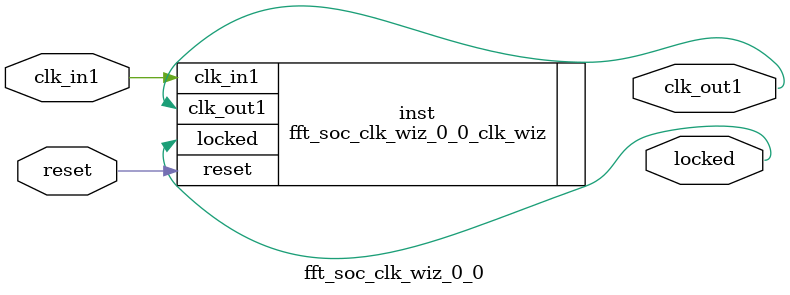
<source format=v>


`timescale 1ps/1ps

(* CORE_GENERATION_INFO = "fft_soc_clk_wiz_0_0,clk_wiz_v6_0_4_0_0,{component_name=fft_soc_clk_wiz_0_0,use_phase_alignment=true,use_min_o_jitter=false,use_max_i_jitter=false,use_dyn_phase_shift=false,use_inclk_switchover=false,use_dyn_reconfig=false,enable_axi=0,feedback_source=FDBK_AUTO,PRIMITIVE=MMCM,num_out_clk=1,clkin1_period=10.000,clkin2_period=10.000,use_power_down=false,use_reset=true,use_locked=true,use_inclk_stopped=false,feedback_type=SINGLE,CLOCK_MGR_TYPE=NA,manual_override=false}" *)

module fft_soc_clk_wiz_0_0 
 (
  // Clock out ports
  output        clk_out1,
  // Status and control signals
  input         reset,
  output        locked,
 // Clock in ports
  input         clk_in1
 );

  fft_soc_clk_wiz_0_0_clk_wiz inst
  (
  // Clock out ports  
  .clk_out1(clk_out1),
  // Status and control signals               
  .reset(reset), 
  .locked(locked),
 // Clock in ports
  .clk_in1(clk_in1)
  );

endmodule

</source>
